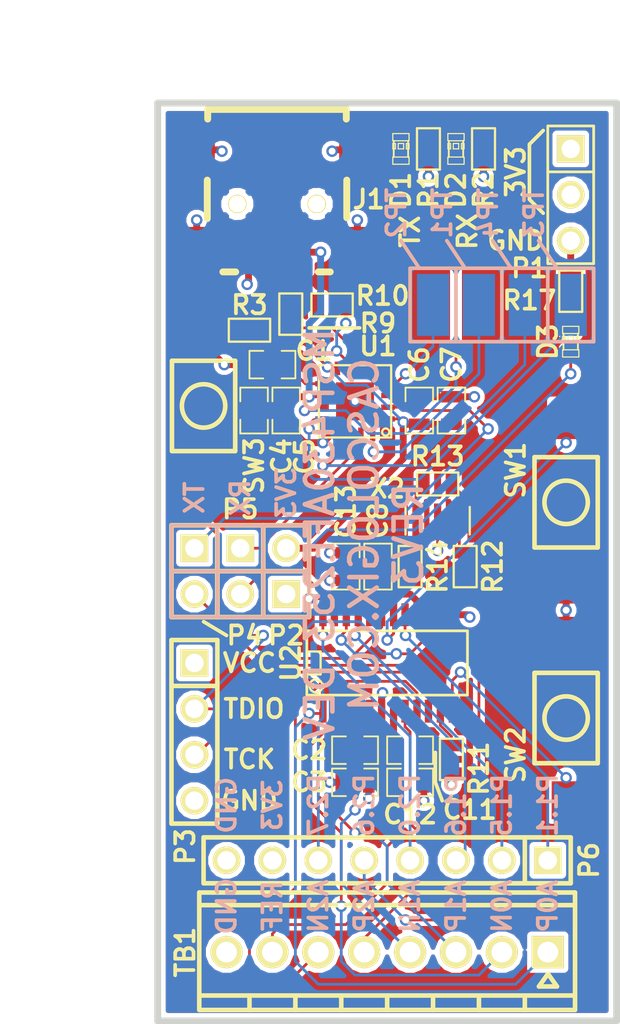
<source format=kicad_pcb>
(kicad_pcb (version 3) (host pcbnew "(2013-09-13 BZR 4316)-product")
  (title_block (date "Saturday, August 23, 2014"))
  (layers (15 Front signal) (2 3V3.Cu power) (1 GND.Cu power) (0 Back signal) (18 B.Paste user) (19 F.Paste user) (20 B.SilkS user) (21 F.SilkS user) (22 B.Mask user) (23 F.Mask user) (28 Edge.Cuts user))
  (net 0 "")
  (net 1 +5V)
  (net 2 /A0N)
  (net 3 /A0P)
  (net 4 /A1N)
  (net 5 /A1P)
  (net 6 /A2N)
  (net 7 /A2P)
  (net 8 /P1.1)
  (net 9 /P1.5)
  (net 10 /P1.6)
  (net 11 /P2.0)
  (net 12 GND)
  (net 13 N-000001)
  (net 14 N-0000010)
  (net 15 N-0000011)
  (net 16 N-0000012)
  (net 17 N-0000013)
  (net 18 N-0000014)
  (net 19 N-0000015)
  (net 20 N-0000017)
  (net 21 N-0000019)
  (net 22 N-0000020)
  (net 23 N-0000021)
  (net 24 N-0000022)
  (net 25 N-0000023)
  (net 26 N-0000024)
  (net 27 N-0000025)
  (net 28 N-0000026)
  (net 29 N-0000027)
  (net 30 N-0000028)
  (net 31 N-0000032)
  (net 32 N-0000034)
  (net 33 N-0000035)
  (net 34 N-0000036)
  (net 35 N-000004)
  (net 36 N-000005)
  (net 37 N-000006)
  (net 38 N-000007)
  (net 39 N-000008)
  (net 40 VCC)
  (net 41 XT2IN)
  (net 42 XT2OUT)
  (module USB_MINI_B_RA_SMT (layer Front) (at 159.004 81.788)
    (fp_text reference J1 (at 5.08 -0.254) (layer F.SilkS) (effects (font (size 1.016 1.016) (thickness 0.2032))))
    (fp_text value USB_MINI_B hide)
    (pad "" thru_hole circle (at -2.1971 0) (size 1.016 1.016) (drill 0.889) (layers *.Cu *.Mask F.SilkS))
    (pad 8 smd rect (at 4.445 -2.9972) (size 2.0066 2.4892) (layers Front F.Paste F.Mask) (net 12 GND))
    (pad 7 smd rect (at -4.445 -2.9972) (size 2.0066 2.4892) (layers Front F.Paste F.Mask) (net 12 GND))
    (pad 6 smd rect (at -4.445 2.5146) (size 2.0066 2.4892) (layers Front F.Paste F.Mask) (net 12 GND))
    (pad 1 smd rect (at 1.5748 2.6035) (size 0.508 2.3114) (layers Front F.Paste F.Mask) (net 1 +5V))
    (pad 5 smd rect (at -1.5748 2.6035) (size 0.508 2.3114) (layers Front F.Paste F.Mask) (net 12 GND))
    (pad 4 smd rect (at -0.7874 2.6035) (size 0.508 2.3114) (layers Front F.Paste F.Mask))
    (pad 2 smd rect (at 0.7874 2.6035) (size 0.508 2.3114) (layers Front F.Paste F.Mask) (net 23 N-0000021))
    (pad 3 smd rect (at 0 2.6035) (size 0.508 2.3114) (layers Front F.Paste F.Mask) (net 39 N-000008))
    (pad 9 smd rect (at 4.445 2.5146) (size 2.0066 2.4892) (layers Front F.Paste F.Mask) (net 12 GND))
    (pad "" thru_hole circle (at 2.1971 0) (size 1.016 1.016) (drill 0.889) (layers *.Cu *.Mask F.SilkS))
  )
  (module SSOP24 (layer Front) (at 165.1 107.188)
    (fp_text reference U2 (at -5.334 0 90) (layer F.SilkS) (effects (font (size 1.016 1.016) (thickness 0.2032))))
    (fp_text value MSP430AFE253 hide)
    (pad 1 smd rect (at -3.556 2.667) (size 0.4064 1.27) (layers Front F.Paste F.Mask) (net 3 /A0P))
    (pad 2 smd rect (at -2.921 2.667) (size 0.4064 1.27) (layers Front F.Paste F.Mask) (net 2 /A0N))
    (pad 3 smd rect (at -2.2606 2.667) (size 0.4064 1.27) (layers Front F.Paste F.Mask) (net 5 /A1P))
    (pad 4 smd rect (at -1.6002 2.667) (size 0.4064 1.27) (layers Front F.Paste F.Mask) (net 4 /A1N))
    (pad 5 smd rect (at -0.9652 2.667) (size 0.4064 1.27) (layers Front F.Paste F.Mask) (net 40 VCC))
    (pad 6 smd rect (at -0.3048 2.667) (size 0.4064 1.27) (layers Front F.Paste F.Mask) (net 12 GND))
    (pad 7 smd rect (at 0.3556 2.667) (size 0.4064 1.27) (layers Front F.Paste F.Mask) (net 31 N-0000032))
    (pad 8 smd rect (at 0.9906 2.667) (size 0.4064 1.27) (layers Front F.Paste F.Mask) (net 7 /A2P))
    (pad 9 smd rect (at 1.651 2.667) (size 0.4064 1.27) (layers Front F.Paste F.Mask) (net 6 /A2N))
    (pad 10 smd rect (at 2.286 2.667) (size 0.4064 1.27) (layers Front F.Paste F.Mask) (net 20 N-0000017))
    (pad 11 smd rect (at 2.9464 2.667) (size 0.4064 1.27) (layers Front F.Paste F.Mask) (net 33 N-0000035))
    (pad 12 smd rect (at 3.6068 2.667) (size 0.4064 1.27) (layers Front F.Paste F.Mask) (net 18 N-0000014))
    (pad 13 smd rect (at 3.6322 -2.667) (size 0.4064 1.27) (layers Front F.Paste F.Mask) (net 12 GND))
    (pad 14 smd rect (at 2.9464 -2.667) (size 0.4064 1.27) (layers Front F.Paste F.Mask) (net 41 XT2IN))
    (pad 15 smd rect (at 2.286 -2.667) (size 0.4064 1.27) (layers Front F.Paste F.Mask) (net 42 XT2OUT))
    (pad 16 smd rect (at 1.651 -2.667) (size 0.4064 1.27) (layers Front F.Paste F.Mask) (net 40 VCC))
    (pad 17 smd rect (at 0.9906 -2.667) (size 0.4064 1.27) (layers Front F.Paste F.Mask) (net 8 /P1.1))
    (pad 18 smd rect (at 0.3556 -2.667) (size 0.4064 1.27) (layers Front F.Paste F.Mask) (net 13 N-000001))
    (pad 19 smd rect (at -0.3048 -2.667) (size 0.4064 1.27) (layers Front F.Paste F.Mask) (net 36 N-000005))
    (pad 20 smd rect (at -0.9652 -2.667) (size 0.4064 1.27) (layers Front F.Paste F.Mask) (net 37 N-000006))
    (pad 21 smd rect (at -1.6002 -2.667) (size 0.4064 1.27) (layers Front F.Paste F.Mask) (net 9 /P1.5))
    (pad 22 smd rect (at -2.2606 -2.667) (size 0.4064 1.27) (layers Front F.Paste F.Mask) (net 10 /P1.6))
    (pad 23 smd rect (at -2.921 -2.667) (size 0.4064 1.27) (layers Front F.Paste F.Mask) (net 38 N-000007))
    (pad 24 smd rect (at -3.556 -2.667) (size 0.4064 1.27) (layers Front F.Paste F.Mask) (net 11 /P2.0))
  )
  (module SM0603 (layer Front) (at 167.894 97.282 180)
    (fp_text reference R13 (at 0 1.524 180) (layer F.SilkS) (effects (font (size 1.016 1.016) (thickness 0.2032))))
    (fp_text value 1M hide)
    (pad 1 smd rect (at -0.762 0 180) (size 0.635 1.143) (layers Front F.Paste F.Mask) (net 15 N-0000011))
    (pad 2 smd rect (at 0.762 0 180) (size 0.635 1.143) (layers Front F.Paste F.Mask) (net 32 N-0000034))
  )
  (module SM0603 (layer Front) (at 167.386 78.74 90)
    (fp_text reference R1 (at -2.286 0 90) (layer F.SilkS) (effects (font (size 1.016 1.016) (thickness 0.2032))))
    (fp_text value 270 hide)
    (pad 1 smd rect (at -0.762 0 90) (size 0.635 1.143) (layers Front F.Paste F.Mask) (net 12 GND))
    (pad 2 smd rect (at 0.762 0 90) (size 0.635 1.143) (layers Front F.Paste F.Mask) (net 34 N-0000036))
  )
  (module SM0603 (layer Front) (at 170.434 78.74 90)
    (fp_text reference R2 (at -2.286 0 90) (layer F.SilkS) (effects (font (size 1.016 1.016) (thickness 0.2032))))
    (fp_text value 270 hide)
    (pad 1 smd rect (at -0.762 0 90) (size 0.635 1.143) (layers Front F.Paste F.Mask) (net 12 GND))
    (pad 2 smd rect (at 0.762 0 90) (size 0.635 1.143) (layers Front F.Paste F.Mask) (net 14 N-0000010))
  )
  (module SM0603 (layer Front) (at 157.48 88.773 180)
    (fp_text reference R3 (at 0 1.397 360) (layer F.SilkS) (effects (font (size 1.016 1.016) (thickness 0.2032))))
    (fp_text value 47k hide)
    (pad 1 smd rect (at -0.762 0 180) (size 0.635 1.143) (layers Front F.Paste F.Mask) (net 21 N-0000019))
    (pad 2 smd rect (at 0.762 0 180) (size 0.635 1.143) (layers Front F.Paste F.Mask) (net 30 N-0000028))
  )
  (module SM0603 (layer Front) (at 159.766 87.884 270)
    (fp_text reference R9 (at 0.508 -4.826 360) (layer F.SilkS) (effects (font (size 1.016 1.016) (thickness 0.2032))))
    (fp_text value 33 hide)
    (pad 1 smd rect (at -0.762 0 270) (size 0.635 1.143) (layers Front F.Paste F.Mask) (net 39 N-000008))
    (pad 2 smd rect (at 0.762 0 270) (size 0.635 1.143) (layers Front F.Paste F.Mask) (net 25 N-0000023))
  )
  (module SM0603 (layer Front) (at 162.052 87.376)
    (fp_text reference R10 (at 2.794 -0.508 180) (layer F.SilkS) (effects (font (size 1.016 1.016) (thickness 0.2032))))
    (fp_text value 33 hide)
    (pad 1 smd rect (at -0.762 0) (size 0.635 1.143) (layers Front F.Paste F.Mask) (net 23 N-0000021))
    (pad 2 smd rect (at 0.762 0) (size 0.635 1.143) (layers Front F.Paste F.Mask) (net 24 N-0000022))
  )
  (module SM0603 (layer Front) (at 168.656 112.522 90)
    (fp_text reference R11 (at -0.508 1.524 90) (layer F.SilkS) (effects (font (size 1.016 1.016) (thickness 0.2032))))
    (fp_text value 47k hide)
    (pad 1 smd rect (at -0.762 0 90) (size 0.635 1.143) (layers Front F.Paste F.Mask) (net 40 VCC))
    (pad 2 smd rect (at 0.762 0 90) (size 0.635 1.143) (layers Front F.Paste F.Mask) (net 33 N-0000035))
  )
  (module SM0603 (layer Front) (at 166.37 101.854 270)
    (fp_text reference R14 (at 0 -1.524 270) (layer F.SilkS) (effects (font (size 1.016 1.016) (thickness 0.2032))))
    (fp_text value 0 hide)
    (pad 1 smd rect (at -0.762 0 270) (size 0.635 1.143) (layers Front F.Paste F.Mask) (net 32 N-0000034))
    (pad 2 smd rect (at 0.762 0 270) (size 0.635 1.143) (layers Front F.Paste F.Mask) (net 42 XT2OUT))
  )
  (module SM0603 (layer Front) (at 169.418 101.854 270)
    (fp_text reference R12 (at 0 -1.524 270) (layer F.SilkS) (effects (font (size 1.016 1.016) (thickness 0.2032))))
    (fp_text value 0 hide)
    (pad 1 smd rect (at -0.762 0 270) (size 0.635 1.143) (layers Front F.Paste F.Mask) (net 15 N-0000011))
    (pad 2 smd rect (at 0.762 0 270) (size 0.635 1.143) (layers Front F.Paste F.Mask) (net 41 XT2IN))
  )
  (module SM0603 (layer Front) (at 175.26 86.614 90)
    (fp_text reference R17 (at -0.508 -2.286 180) (layer F.SilkS) (effects (font (size 1.016 1.016) (thickness 0.2032))))
    (fp_text value 750 hide)
    (pad 1 smd rect (at -0.762 0 90) (size 0.635 1.143) (layers Front F.Paste F.Mask) (net 16 N-0000012))
    (pad 2 smd rect (at 0.762 0 90) (size 0.635 1.143) (layers Front F.Paste F.Mask) (net 12 GND))
  )
  (module LED-0603 (layer Front) (at 175.26 89.408 90)
    (fp_text reference D3 (at 0 -1.27 90) (layer F.SilkS) (effects (font (size 1.016 1.016) (thickness 0.2032))))
    (fp_text value BLUE hide)
    (pad 1 smd rect (at -0.7493 0 90) (size 0.79756 0.79756) (layers Front F.Paste F.Mask) (net 38 N-000007))
    (pad 2 smd rect (at 0.7493 0 90) (size 0.79756 0.79756) (layers Front F.Paste F.Mask) (net 16 N-0000012))
  )
  (module LED-0603 (layer Front) (at 168.91 78.74 90)
    (fp_text reference D2 (at -2.286 0 270) (layer F.SilkS) (effects (font (size 1.016 1.016) (thickness 0.2032))))
    (fp_text value RED hide)
    (pad 1 smd rect (at -0.7493 0 90) (size 0.79756 0.79756) (layers Front F.Paste F.Mask) (net 22 N-0000020))
    (pad 2 smd rect (at 0.7493 0 90) (size 0.79756 0.79756) (layers Front F.Paste F.Mask) (net 14 N-0000010))
  )
  (module LED-0603 (layer Front) (at 165.862 78.74 90)
    (fp_text reference D1 (at -2.286 0 270) (layer F.SilkS) (effects (font (size 1.016 1.016) (thickness 0.2032))))
    (fp_text value GREEN hide)
    (pad 1 smd rect (at -0.7493 0 90) (size 0.79756 0.79756) (layers Front F.Paste F.Mask) (net 17 N-0000013))
    (pad 2 smd rect (at 0.7493 0 90) (size 0.79756 0.79756) (layers Front F.Paste F.Mask) (net 34 N-0000036))
  )
  (module HEADER_100MIL_1R8P_PTH (layer Front) (at 165.1 118.11 180)
    (fp_text reference P6 (at -11.176 0 270) (layer F.SilkS) (effects (font (size 1.016 1.016) (thickness 0.2032))))
    (fp_text value DEBUG hide)
    (pad 7 thru_hole circle (at 6.35 0 180) (size 1.524 1.524) (drill 1.016) (layers *.Cu *.Mask F.SilkS) (net 40 VCC))
    (pad 6 thru_hole circle (at 3.81 0 180) (size 1.524 1.524) (drill 1.016) (layers *.Cu *.Mask F.SilkS) (net 42 XT2OUT))
    (pad 8 thru_hole circle (at 8.89 0 180) (size 1.524 1.524) (drill 1.016) (layers *.Cu *.Mask F.SilkS) (net 12 GND))
    (pad 5 thru_hole circle (at 1.27 0 180) (size 1.524 1.524) (drill 1.016) (layers *.Cu *.Mask F.SilkS) (net 41 XT2IN))
    (pad 4 thru_hole circle (at -1.27 0 180) (size 1.524 1.524) (drill 1.016) (layers *.Cu *.Mask F.SilkS) (net 11 /P2.0))
    (pad 1 thru_hole rect (at -8.89 0 180) (size 1.524 1.524) (drill 1.016) (layers *.Cu *.Mask F.SilkS) (net 8 /P1.1))
    (pad 2 thru_hole circle (at -6.35 0 180) (size 1.524 1.524) (drill 1.016) (layers *.Cu *.Mask F.SilkS) (net 9 /P1.5))
    (pad 3 thru_hole circle (at -3.81 0 180) (size 1.524 1.524) (drill 1.016) (layers *.Cu *.Mask F.SilkS) (net 10 /P1.6))
  )
  (module HEADER_100MIL_1R3P_PTH (layer Front) (at 175.26 81.28 270)
    (fp_text reference P1 (at 4.064 2.286 360) (layer F.SilkS) (effects (font (size 1.016 1.016) (thickness 0.2032))))
    (fp_text value POWER hide)
    (pad 1 thru_hole rect (at -2.54 0 270) (size 1.524 1.524) (drill 1.016) (layers *.Cu *.Mask F.SilkS) (net 40 VCC))
    (pad 2 thru_hole circle (at 0 0 270) (size 1.524 1.524) (drill 1.016) (layers *.Cu *.Mask F.SilkS) (net 40 VCC))
    (pad 3 thru_hole circle (at 2.54 0 270) (size 1.524 1.524) (drill 1.016) (layers *.Cu *.Mask F.SilkS) (net 12 GND))
  )
  (module HEADER_100MIL_1R2P_PTH (layer Front) (at 156.972 102.108 270)
    (fp_text reference P5 (at -3.429 0 360) (layer F.SilkS) (effects (font (size 1.016 1.016) (thickness 0.2032))))
    (fp_text value RX hide)
    (pad 1 thru_hole rect (at -1.27 0 270) (size 1.524 1.524) (drill 1.016) (layers *.Cu *.Mask F.SilkS) (net 35 N-000004))
    (pad 2 thru_hole circle (at 1.27 0 270) (size 1.524 1.524) (drill 1.016) (layers *.Cu *.Mask F.SilkS) (net 37 N-000006))
  )
  (module HEADER_100MIL_1R2P_PTH (layer Front) (at 154.432 102.108 270)
    (fp_text reference P4 (at 3.556 -2.794 360) (layer F.SilkS) (effects (font (size 1.016 1.016) (thickness 0.2032))))
    (fp_text value TX hide)
    (pad 1 thru_hole rect (at -1.27 0 270) (size 1.524 1.524) (drill 1.016) (layers *.Cu *.Mask F.SilkS) (net 19 N-0000015))
    (pad 2 thru_hole circle (at 1.27 0 270) (size 1.524 1.524) (drill 1.016) (layers *.Cu *.Mask F.SilkS) (net 36 N-000005))
  )
  (module HEADER_100MIL_1R2P_PTH (layer Front) (at 159.512 102.108 90)
    (fp_text reference P2 (at -3.556 0 180) (layer F.SilkS) (effects (font (size 1.016 1.016) (thickness 0.2032))))
    (fp_text value 3.3V hide)
    (pad 1 thru_hole rect (at -1.27 0 90) (size 1.524 1.524) (drill 1.016) (layers *.Cu *.Mask F.SilkS) (net 40 VCC))
    (pad 2 thru_hole circle (at 1.27 0 90) (size 1.524 1.524) (drill 1.016) (layers *.Cu *.Mask F.SilkS) (net 21 N-0000019))
  )
  (module 0603 (layer Front) (at 166.878 93.218 90)
    (fp_text reference C6 (at 2.54 0 90) (layer F.SilkS) (effects (font (size 1.016 1.016) (thickness 0.2032))))
    (fp_text value 0.1u hide)
    (pad 1 smd rect (at -0.762 0 90) (size 0.635 1.143) (layers Front F.Paste F.Mask) (net 21 N-0000019))
    (pad 2 smd rect (at 0.762 0 90) (size 0.635 1.143) (layers Front F.Paste F.Mask) (net 12 GND))
  )
  (module 0603 (layer Front) (at 159.512 93.218 270)
    (fp_text reference C5 (at 2.54 -1.016 270) (layer F.SilkS) (effects (font (size 1.016 1.016) (thickness 0.2032))))
    (fp_text value 0.1u hide)
    (pad 1 smd rect (at -0.762 0 270) (size 0.635 1.143) (layers Front F.Paste F.Mask) (net 1 +5V))
    (pad 2 smd rect (at 0.762 0 270) (size 0.635 1.143) (layers Front F.Paste F.Mask) (net 12 GND))
  )
  (module 0603 (layer Front) (at 158.75 90.678 180)
    (fp_text reference C1 (at -2.286 0.762 180) (layer F.SilkS) (effects (font (size 1.016 1.016) (thickness 0.2032))))
    (fp_text value 0.1u hide)
    (pad 1 smd rect (at -0.762 0 180) (size 0.635 1.143) (layers Front F.Paste F.Mask) (net 30 N-0000028))
    (pad 2 smd rect (at 0.762 0 180) (size 0.635 1.143) (layers Front F.Paste F.Mask) (net 12 GND))
  )
  (module HEADER_100MIL_1R4P_PTH (layer Front) (at 154.432 110.998 270)
    (fp_text reference P3 (at 6.35 0.508 450) (layer F.SilkS) (effects (font (size 1.016 1.016) (thickness 0.2032))))
    (fp_text value HEADER_1X4 hide)
    (pad 4 thru_hole circle (at 3.81 0 270) (size 1.524 1.524) (drill 1.016) (layers *.Cu *.Mask F.SilkS) (net 12 GND))
    (pad 1 thru_hole rect (at -3.81 0 270) (size 1.524 1.524) (drill 1.016) (layers *.Cu *.Mask F.SilkS) (net 40 VCC))
    (pad 2 thru_hole circle (at -1.27 0 270) (size 1.524 1.524) (drill 1.016) (layers *.Cu *.Mask F.SilkS) (net 33 N-0000035))
    (pad 3 thru_hole circle (at 1.27 0 270) (size 1.524 1.524) (drill 1.016) (layers *.Cu *.Mask F.SilkS) (net 20 N-0000017))
  )
  (module TB_100MIL_1R8P_PTH (layer Front) (at 165.1 123.19 180)
    (fp_text reference TB1 (at 11.176 0 270) (layer F.SilkS) (effects (font (size 1.016 1.016) (thickness 0.2032))))
    (fp_text value ANALOG hide)
    (pad 7 thru_hole circle (at 6.35 0 180) (size 1.778 1.778) (drill 1.143) (layers *.Cu *.Mask F.SilkS) (net 31 N-0000032))
    (pad 6 thru_hole circle (at 3.81 0 180) (size 1.778 1.778) (drill 1.143) (layers *.Cu *.Mask F.SilkS) (net 6 /A2N))
    (pad 8 thru_hole circle (at 8.89 0 180) (size 1.778 1.778) (drill 1.143) (layers *.Cu *.Mask F.SilkS) (net 12 GND))
    (pad 5 thru_hole circle (at 1.27 0 180) (size 1.778 1.778) (drill 1.143) (layers *.Cu *.Mask F.SilkS) (net 7 /A2P))
    (pad 4 thru_hole circle (at -1.27 0 180) (size 1.778 1.778) (drill 1.143) (layers *.Cu *.Mask F.SilkS) (net 4 /A1N))
    (pad 1 thru_hole rect (at -8.89 0 180) (size 1.778 1.778) (drill 1.143) (layers *.Cu *.Mask F.SilkS) (net 3 /A0P))
    (pad 2 thru_hole circle (at -6.35 0 180) (size 1.778 1.778) (drill 1.143) (layers *.Cu *.Mask F.SilkS) (net 2 /A0N))
    (pad 3 thru_hole circle (at -3.81 0 180) (size 1.778 1.778) (drill 1.143) (layers *.Cu *.Mask F.SilkS) (net 5 /A1P))
  )
  (module CER_RES_1.2MM_SMT (layer Front) (at 167.894 99.314 180)
    (fp_text reference X2 (at 2.794 1.778 180) (layer F.SilkS) (effects (font (size 1.016 1.016) (thickness 0.2032))))
    (fp_text value 8MHz hide)
    (pad 1 smd rect (at -1.19888 0 180) (size 0.39878 1.89992) (layers Front F.Paste F.Mask) (net 15 N-0000011))
    (pad 2 smd rect (at 0 0 180) (size 0.39878 1.89992) (layers Front F.Paste F.Mask) (net 12 GND))
    (pad 3 smd rect (at 1.19888 0 180) (size 0.39878 1.89992) (layers Front F.Paste F.Mask) (net 32 N-0000034))
  )
  (module QFN-16_4MM_0.65MM (layer Front) (at 163.322 92.71 180)
    (fp_text reference U1 (at -1.27 3.048 180) (layer F.SilkS) (effects (font (size 1.016 1.016) (thickness 0.2032))))
    (fp_text value FT230XQ hide)
    (pad 17 smd rect (at 0 0 180) (size 2.1 2.1) (layers Front F.Paste F.Mask) (net 12 GND))
    (pad 1 smd rect (at -1.825 -0.975 180) (size 0.75 0.3) (layers Front F.Paste F.Mask) (net 21 N-0000019))
    (pad 2 smd rect (at -1.825 -0.325 180) (size 0.75 0.3) (layers Front F.Paste F.Mask) (net 19 N-0000015))
    (pad 3 smd rect (at -1.825 0.325 180) (size 0.75 0.3) (layers Front F.Paste F.Mask) (net 12 GND))
    (pad 4 smd rect (at -1.825 0.975 180) (size 0.75 0.3) (layers Front F.Paste F.Mask) (net 28 N-0000026))
    (pad 5 smd rect (at -0.975 1.825 270) (size 0.75 0.3) (layers Front F.Paste F.Mask) (net 17 N-0000013))
    (pad 6 smd rect (at -0.325 1.825 270) (size 0.75 0.3) (layers Front F.Paste F.Mask) (net 25 N-0000023))
    (pad 7 smd rect (at 0.325 1.825 270) (size 0.75 0.3) (layers Front F.Paste F.Mask) (net 24 N-0000022))
    (pad 8 smd rect (at 0.975 1.825 270) (size 0.75 0.3) (layers Front F.Paste F.Mask) (net 21 N-0000019))
    (pad 9 smd rect (at 1.825 0.975 180) (size 0.75 0.3) (layers Front F.Paste F.Mask) (net 30 N-0000028))
    (pad 10 smd rect (at 1.825 0.325 180) (size 0.75 0.3) (layers Front F.Paste F.Mask) (net 1 +5V))
    (pad 11 smd rect (at 1.825 -0.325 180) (size 0.75 0.3) (layers Front F.Paste F.Mask) (net 22 N-0000020))
    (pad 12 smd rect (at 1.825 -0.975 180) (size 0.75 0.3) (layers Front F.Paste F.Mask) (net 27 N-0000025))
    (pad 13 smd rect (at 0.975 -1.825 90) (size 0.75 0.3) (layers Front F.Paste F.Mask) (net 12 GND))
    (pad 14 smd rect (at 0.325 -1.825 90) (size 0.75 0.3) (layers Front F.Paste F.Mask) (net 26 N-0000024))
    (pad 15 smd rect (at -0.325 -1.825 90) (size 0.75 0.3) (layers Front F.Paste F.Mask) (net 35 N-000004))
    (pad 16 smd rect (at -0.975 -1.825 90) (size 0.75 0.3) (layers Front F.Paste F.Mask) (net 29 N-0000027))
  )
  (module FSMSM (layer Front) (at 175.006 98.298 270)
    (fp_text reference SW1 (at -1.778 2.794 270) (layer F.SilkS) (effects (font (size 1.016 1.016) (thickness 0.2032))))
    (fp_text value FSMSM hide)
    (pad 1 smd rect (at -4.55 0 270) (size 2.1 1.6) (layers Front F.Paste F.Mask) (net 13 N-000001))
    (pad 2 smd rect (at 4.55 0 270) (size 2.1 1.6) (layers Front F.Paste F.Mask) (net 12 GND))
  )
  (module FSMSM (layer Front) (at 175.006 110.236 90)
    (fp_text reference SW2 (at -2.032 -2.794 90) (layer F.SilkS) (effects (font (size 1.016 1.016) (thickness 0.2032))))
    (fp_text value FSMSM hide)
    (pad 1 smd rect (at -4.55 0 90) (size 2.1 1.6) (layers Front F.Paste F.Mask) (net 18 N-0000014))
    (pad 2 smd rect (at 4.55 0 90) (size 2.1 1.6) (layers Front F.Paste F.Mask) (net 12 GND))
  )
  (module FSMSM (layer Front) (at 154.94 92.964 90)
    (fp_text reference SW3 (at -3.302 2.794 90) (layer F.SilkS) (effects (font (size 1.016 1.016) (thickness 0.2032))))
    (fp_text value FSMSM hide)
    (pad 1 smd rect (at -4.55 0 90) (size 2.1 1.6) (layers Front F.Paste F.Mask) (net 33 N-0000035))
    (pad 2 smd rect (at 4.55 0 90) (size 2.1 1.6) (layers Front F.Paste F.Mask) (net 12 GND))
  )
  (module 0603 (layer Front) (at 163.322 112.014 180)
    (fp_text reference C2 (at 2.54 0 180) (layer F.SilkS) (effects (font (size 1.016 1.016) (thickness 0.2032))))
    (fp_text value 0.1u hide)
    (pad 1 smd rect (at -0.762 0 180) (size 0.635 1.143) (layers Front F.Paste F.Mask) (net 40 VCC))
    (pad 2 smd rect (at 0.762 0 180) (size 0.635 1.143) (layers Front F.Paste F.Mask) (net 12 GND))
  )
  (module 0603 (layer Front) (at 163.322 113.792 180)
    (fp_text reference C3 (at 2.54 0 180) (layer F.SilkS) (effects (font (size 1.016 1.016) (thickness 0.2032))))
    (fp_text value 4.7u hide)
    (pad 1 smd rect (at -0.762 0 180) (size 0.635 1.143) (layers Front F.Paste F.Mask) (net 40 VCC))
    (pad 2 smd rect (at 0.762 0 180) (size 0.635 1.143) (layers Front F.Paste F.Mask) (net 12 GND))
  )
  (module 0603 (layer Front) (at 157.734 93.218 270)
    (fp_text reference C4 (at 2.54 -1.524 270) (layer F.SilkS) (effects (font (size 1.016 1.016) (thickness 0.2032))))
    (fp_text value 4.7u hide)
    (pad 1 smd rect (at -0.762 0 270) (size 0.635 1.143) (layers Front F.Paste F.Mask) (net 1 +5V))
    (pad 2 smd rect (at 0.762 0 270) (size 0.635 1.143) (layers Front F.Paste F.Mask) (net 12 GND))
  )
  (module 0603 (layer Front) (at 168.656 93.218 90)
    (fp_text reference C7 (at 2.54 0 90) (layer F.SilkS) (effects (font (size 1.016 1.016) (thickness 0.2032))))
    (fp_text value 4.7u hide)
    (pad 1 smd rect (at -0.762 0 90) (size 0.635 1.143) (layers Front F.Paste F.Mask) (net 21 N-0000019))
    (pad 2 smd rect (at 0.762 0 90) (size 0.635 1.143) (layers Front F.Paste F.Mask) (net 12 GND))
  )
  (module 0603 (layer Front) (at 164.592 101.854 90)
    (fp_text reference C8 (at 2.54 0 90) (layer F.SilkS) (effects (font (size 1.016 1.016) (thickness 0.2032))))
    (fp_text value 4.7u hide)
    (pad 1 smd rect (at -0.762 0 90) (size 0.635 1.143) (layers Front F.Paste F.Mask) (net 40 VCC))
    (pad 2 smd rect (at 0.762 0 90) (size 0.635 1.143) (layers Front F.Paste F.Mask) (net 12 GND))
  )
  (module 0603 (layer Front) (at 166.37 112.014)
    (fp_text reference C11 (at 3.302 3.302) (layer F.SilkS) (effects (font (size 1.016 1.016) (thickness 0.2032))))
    (fp_text value 0.1u hide)
    (pad 1 smd rect (at -0.762 0) (size 0.635 1.143) (layers Front F.Paste F.Mask) (net 31 N-0000032))
    (pad 2 smd rect (at 0.762 0) (size 0.635 1.143) (layers Front F.Paste F.Mask) (net 12 GND))
  )
  (module 0603 (layer Front) (at 166.37 113.792)
    (fp_text reference C12 (at 0 1.778) (layer F.SilkS) (effects (font (size 1.016 1.016) (thickness 0.2032))))
    (fp_text value 4.7u hide)
    (pad 1 smd rect (at -0.762 0) (size 0.635 1.143) (layers Front F.Paste F.Mask) (net 31 N-0000032))
    (pad 2 smd rect (at 0.762 0) (size 0.635 1.143) (layers Front F.Paste F.Mask) (net 12 GND))
  )
  (module 0603 (layer Front) (at 162.814 101.854 90)
    (fp_text reference C13 (at 3.048 0 90) (layer F.SilkS) (effects (font (size 1.016 1.016) (thickness 0.2032))))
    (fp_text value 0.1u hide)
    (pad 1 smd rect (at -0.762 0 90) (size 0.635 1.143) (layers Front F.Paste F.Mask) (net 40 VCC))
    (pad 2 smd rect (at 0.762 0 90) (size 0.635 1.143) (layers Front F.Paste F.Mask) (net 12 GND))
  )
  (module TP_PAD_SMT_5015 (layer Back) (at 170.18 87.376 90)
    (fp_text reference TP1 (at 5.08 -2.032 90) (layer B.SilkS) (effects (font (size 1.016 1.016) (thickness 0.2032)) (justify mirror)))
    (fp_text value 5015 hide)
    (pad 1 smd rect (at 0 0 90) (size 3.429 1.778) (layers Back B.Paste B.Mask) (net 29 N-0000027))
  )
  (module TP_PAD_SMT_5015 (layer Back) (at 167.64 87.376 90)
    (fp_text reference TP2 (at 5.08 -2.032 90) (layer B.SilkS) (effects (font (size 1.016 1.016) (thickness 0.2032)) (justify mirror)))
    (fp_text value 5015 hide)
    (pad 1 smd rect (at 0 0 90) (size 3.429 1.778) (layers Back B.Paste B.Mask) (net 28 N-0000026))
  )
  (module TP_PAD_SMT_5015 (layer Back) (at 175.26 87.376 90)
    (fp_text reference TP3 (at 5.08 -2.032 90) (layer B.SilkS) (effects (font (size 1.016 1.016) (thickness 0.2032)) (justify mirror)))
    (fp_text value 5015 hide)
    (pad 1 smd rect (at 0 0 90) (size 3.429 1.778) (layers Back B.Paste B.Mask) (net 27 N-0000025))
  )
  (module TP_PAD_SMT_5015 (layer Back) (at 172.72 87.376 90)
    (fp_text reference TP4 (at 5.08 -2.032 90) (layer B.SilkS) (effects (font (size 1.016 1.016) (thickness 0.2032)) (justify mirror)))
    (fp_text value 5015 hide)
    (pad 1 smd rect (at 0 0 90) (size 3.429 1.778) (layers Back B.Paste B.Mask) (net 26 N-0000024))
  )
  (gr_line (start 173.99 85.344) (end 173.99 89.408) (angle 90) (layer B.SilkS) (width 0.2032))
  (gr_line (start 171.45 85.344) (end 171.45 89.408) (angle 90) (layer B.SilkS) (width 0.2032))
  (gr_line (start 168.91 85.344) (end 168.91 89.408) (angle 90) (layer B.SilkS) (width 0.2032))
  (gr_line (start 166.37 89.408) (end 166.37 85.344) (angle 90) (layer B.SilkS) (width 0.2032))
  (gr_line (start 176.53 89.408) (end 166.37 89.408) (angle 90) (layer B.SilkS) (width 0.2032))
  (gr_line (start 176.53 85.344) (end 176.53 89.408) (angle 90) (layer B.SilkS) (width 0.2032))
  (gr_line (start 166.37 85.344) (end 176.53 85.344) (angle 90) (layer B.SilkS) (width 0.2032))
  (gr_line (start 168.402 83.82) (end 169.418 85.344) (angle 90) (layer B.SilkS) (width 0.2032))
  (gr_line (start 165.862 83.82) (end 166.878 85.344) (angle 90) (layer B.SilkS) (width 0.2032))
  (gr_line (start 170.942 83.82) (end 171.958 85.344) (angle 90) (layer B.SilkS) (width 0.2032))
  (gr_line (start 173.482 83.82) (end 174.498 85.344) (angle 90) (layer B.SilkS) (width 0.2032))
  (gr_text RX (at 169.545 83.312 90) (layer F.SilkS) (effects (font (size 1.016 1.016) (thickness 0.2032))))
  (gr_text TX (at 166.37 83.312 90) (layer F.SilkS) (effects (font (size 1.016 1.016) (thickness 0.2032))))
  (gr_text GND (at 156.21 120.65 90) (layer B.SilkS) (effects (font (size 1.016 1.016) (thickness 0.2032)) (justify mirror)))
  (gr_text REF (at 158.75 120.65 90) (layer B.SilkS) (effects (font (size 1.016 1.016) (thickness 0.2032)) (justify mirror)))
  (gr_text A2N (at 161.29 120.65 90) (layer B.SilkS) (effects (font (size 1.016 1.016) (thickness 0.2032)) (justify mirror)))
  (gr_text A2P (at 163.83 120.65 90) (layer B.SilkS) (effects (font (size 1.016 1.016) (thickness 0.2032)) (justify mirror)))
  (gr_text A1N (at 166.37 120.65 90) (layer B.SilkS) (effects (font (size 1.016 1.016) (thickness 0.2032)) (justify mirror)))
  (gr_text A1P (at 168.91 120.65 90) (layer B.SilkS) (effects (font (size 1.016 1.016) (thickness 0.2032)) (justify mirror)))
  (gr_text A0N (at 171.45 120.65 90) (layer B.SilkS) (effects (font (size 1.016 1.016) (thickness 0.2032)) (justify mirror)))
  (gr_text A0P (at 173.99 120.65 90) (layer B.SilkS) (effects (font (size 1.016 1.016) (thickness 0.2032)) (justify mirror)))
  (gr_text P1.1 (at 173.99 115.062 90) (layer B.SilkS) (effects (font (size 1.016 1.016) (thickness 0.2032)) (justify mirror)))
  (gr_text P1.5 (at 171.45 115.062 90) (layer B.SilkS) (effects (font (size 1.016 1.016) (thickness 0.2032)) (justify mirror)))
  (gr_text P1.6 (at 168.91 115.062 90) (layer B.SilkS) (effects (font (size 1.016 1.016) (thickness 0.2032)) (justify mirror)))
  (gr_text P2.0 (at 166.37 115.062 90) (layer B.SilkS) (effects (font (size 1.016 1.016) (thickness 0.2032)) (justify mirror)))
  (gr_text P2.6 (at 163.83 115.062 90) (layer B.SilkS) (effects (font (size 1.016 1.016) (thickness 0.2032)) (justify mirror)))
  (gr_text P2.7 (at 161.29 115.062 90) (layer B.SilkS) (effects (font (size 1.016 1.016) (thickness 0.2032)) (justify mirror)))
  (gr_text 3V3 (at 158.75 115.062 90) (layer B.SilkS) (effects (font (size 1.016 1.016) (thickness 0.2032)) (justify mirror)))
  (gr_text GND (at 156.21 115.062 90) (layer B.SilkS) (effects (font (size 1.016 1.016) (thickness 0.2032)) (justify mirror)))
  (gr_text GND (at 172.212 83.82) (layer F.SilkS) (effects (font (size 1.016 1.016) (thickness 0.2032))))
  (gr_line (start 172.974 81.534) (end 173.736 82.296) (angle 90) (layer F.SilkS) (width 0.2032))
  (gr_line (start 172.974 78.486) (end 172.974 81.534) (angle 90) (layer F.SilkS) (width 0.2032))
  (gr_line (start 173.736 77.724) (end 172.974 78.486) (angle 90) (layer F.SilkS) (width 0.2032))
  (gr_text 3V3 (at 172.212 80.01 90) (layer F.SilkS) (effects (font (size 1.016 1.016) (thickness 0.2032))))
  (gr_text 3V3 (at 159.512 97.79 90) (layer B.SilkS) (effects (font (size 1.016 1.016) (thickness 0.2032)) (justify mirror)))
  (gr_text RX (at 156.972 98.044 90) (layer B.SilkS) (effects (font (size 1.016 1.016) (thickness 0.2032)) (justify mirror)))
  (gr_text TX (at 154.432 98.044 90) (layer B.SilkS) (effects (font (size 1.016 1.016) (thickness 0.2032)) (justify mirror)))
  (gr_line (start 153.162 102.108) (end 160.782 102.108) (angle 90) (layer B.SilkS) (width 0.2032))
  (gr_line (start 158.242 99.568) (end 158.242 104.648) (angle 90) (layer B.SilkS) (width 0.2032))
  (gr_line (start 155.702 99.568) (end 155.702 104.648) (angle 90) (layer B.SilkS) (width 0.2032))
  (gr_line (start 160.782 99.568) (end 153.162 99.568) (angle 90) (layer B.SilkS) (width 0.2032))
  (gr_line (start 160.782 104.648) (end 160.782 99.568) (angle 90) (layer B.SilkS) (width 0.2032))
  (gr_line (start 153.162 104.648) (end 160.782 104.648) (angle 90) (layer B.SilkS) (width 0.2032))
  (gr_line (start 153.162 99.568) (end 153.162 104.648) (angle 90) (layer B.SilkS) (width 0.2032))
  (gr_line (start 167.767 113.792) (end 167.767 112.141) (angle 90) (layer F.SilkS) (width 0.2032))
  (gr_line (start 168.148 114.808) (end 167.767 113.792) (angle 90) (layer F.SilkS) (width 0.2032))
  (gr_line (start 163.576 88.646) (end 160.782 88.646) (angle 90) (layer F.SilkS) (width 0.2032))
  (gr_line (start 156.21 105.664) (end 154.94 104.902) (angle 90) (layer F.SilkS) (width 0.2032))
  (gr_text "MSP430AFE253 DEV\nCASCOLOGIX.COM\nREV3" (at 163.83 100.076 90) (layer B.SilkS) (effects (font (thickness 0.254)) (justify mirror)))
  (gr_text GND (at 157.48 114.808) (layer F.SilkS) (effects (font (size 1.016 1.016) (thickness 0.2032))))
  (gr_text TCK (at 157.48 112.522) (layer F.SilkS) (effects (font (size 1.016 1.016) (thickness 0.2032))))
  (gr_text TDIO (at 157.734 109.728) (layer F.SilkS) (effects (font (size 1.016 1.016) (thickness 0.2032))))
  (gr_text VCC (at 157.48 107.188) (layer F.SilkS) (effects (font (size 1.016 1.016) (thickness 0.2032))))
  (gr_line (start 152.4 127) (end 177.8 127) (angle 90) (layer Edge.Cuts) (width 0.381))
  (gr_line (start 152.4 76.2) (end 152.4 127) (angle 90) (layer Edge.Cuts) (width 0.381))
  (gr_line (start 177.8 76.2) (end 152.4 76.2) (angle 90) (layer Edge.Cuts) (width 0.381))
  (gr_line (start 177.8 76.2) (end 177.8 127) (angle 90) (layer Edge.Cuts) (width 0.381))
  (segment (start 159.512 92.456) (end 160.782 92.456) (width 0.381) (layer Front) (net 1))
  (segment (start 161.417 87.757) (end 160.782 88.392) (width 0.381) (layer Back) (net 1))
  (segment (start 160.782 88.392) (end 160.782 92.456) (width 0.381) (layer Back) (net 1))
  (via (at 160.782 92.456) (size 0.635) (layers Front Back) (net 1))
  (segment (start 160.5788 84.3915) (end 160.6423 84.455) (width 0.381) (layer Front) (net 1))
  (segment (start 161.417 84.455) (end 161.417 87.757) (width 0.381) (layer Back) (net 1))
  (via (at 161.417 84.455) (size 0.635) (layers Front Back) (net 1))
  (segment (start 160.6423 84.455) (end 161.417 84.455) (width 0.381) (layer Front) (net 1))
  (segment (start 161.497 92.385) (end 161.426 92.456) (width 0.1524) (layer Front) (net 1))
  (segment (start 161.426 92.456) (end 160.782 92.456) (width 0.1524) (layer Front) (net 1))
  (segment (start 157.734 92.456) (end 159.512 92.456) (width 0.381) (layer Front) (net 1))
  (segment (start 160.782 111.836944) (end 160.782 114.808) (width 0.1524) (layer Front) (net 2))
  (segment (start 160.782 114.808) (end 162.56 116.586) (width 0.1524) (layer Front) (net 2))
  (segment (start 162.56 116.586) (end 162.56 120.65) (width 0.1524) (layer Front) (net 2))
  (via (at 162.56 120.65) (size 0.635) (layers Front Back) (net 2))
  (segment (start 162.56 120.65) (end 162.56 123.698) (width 0.1524) (layer Back) (net 2))
  (segment (start 162.56 123.698) (end 163.322 124.46) (width 0.1524) (layer Back) (net 2))
  (segment (start 163.322 124.46) (end 170.18 124.46) (width 0.1524) (layer Back) (net 2))
  (segment (start 171.45 123.19) (end 170.18 124.46) (width 0.1524) (layer Back) (net 2))
  (segment (start 162.179 110.439944) (end 162.179 109.855) (width 0.1524) (layer Front) (net 2))
  (segment (start 162.179 110.439944) (end 160.782 111.836944) (width 0.1524) (layer Front) (net 2))
  (segment (start 161.544 109.855) (end 161.417 109.982) (width 0.1524) (layer Front) (net 3))
  (segment (start 172.212 124.968) (end 173.99 123.19) (width 0.1524) (layer Back) (net 3))
  (segment (start 161.29 124.968) (end 172.212 124.968) (width 0.1524) (layer Back) (net 3))
  (segment (start 160.02 123.698) (end 161.29 124.968) (width 0.1524) (layer Back) (net 3))
  (segment (start 160.02 110.744) (end 160.02 123.698) (width 0.1524) (layer Back) (net 3))
  (segment (start 160.782 109.982) (end 160.02 110.744) (width 0.1524) (layer Back) (net 3))
  (segment (start 160.782 109.982) (end 160.782 109.982) (width 0.1524) (layer Back) (net 3))
  (via (at 160.782 109.982) (size 0.635) (layers Front Back) (net 3))
  (segment (start 161.417 109.982) (end 160.782 109.982) (width 0.1524) (layer Front) (net 3))
  (segment (start 163.4998 109.855) (end 163.4998 110.8202) (width 0.1524) (layer Front) (net 4))
  (segment (start 162.56 119.38) (end 166.37 123.19) (width 0.1524) (layer Back) (net 4))
  (segment (start 162.56 116.078) (end 162.56 119.38) (width 0.1524) (layer Back) (net 4))
  (segment (start 163.322 115.316) (end 162.56 116.078) (width 0.1524) (layer Back) (net 4))
  (via (at 163.322 115.316) (size 0.635) (layers Front Back) (net 4))
  (segment (start 163.322 110.998) (end 163.322 115.316) (width 0.1524) (layer Front) (net 4))
  (segment (start 163.4998 110.8202) (end 163.322 110.998) (width 0.1524) (layer Front) (net 4))
  (segment (start 162.8394 109.855) (end 162.8394 110.7186) (width 0.1524) (layer Front) (net 5))
  (segment (start 165.1 119.38) (end 168.91 123.19) (width 0.1524) (layer Back) (net 5))
  (segment (start 165.1 117.348) (end 165.1 119.38) (width 0.1524) (layer Back) (net 5))
  (segment (start 164.338 116.586) (end 165.1 117.348) (width 0.1524) (layer Back) (net 5))
  (segment (start 163.322 116.586) (end 164.338 116.586) (width 0.1524) (layer Back) (net 5))
  (via (at 163.322 116.586) (size 0.635) (layers Front Back) (net 5))
  (segment (start 161.29 114.554) (end 163.322 116.586) (width 0.1524) (layer Front) (net 5))
  (segment (start 161.29 111.76) (end 161.29 114.554) (width 0.1524) (layer Front) (net 5))
  (segment (start 162.052 110.998) (end 161.29 111.76) (width 0.1524) (layer Front) (net 5))
  (segment (start 162.56 110.998) (end 162.052 110.998) (width 0.1524) (layer Front) (net 5))
  (segment (start 162.8394 110.7186) (end 162.56 110.998) (width 0.1524) (layer Front) (net 5))
  (segment (start 162.306 108.204) (end 161.544 108.204) (width 0.1524) (layer Front) (net 6))
  (segment (start 166.751 108.839) (end 166.116 108.204) (width 0.1524) (layer Front) (net 6))
  (segment (start 166.116 108.204) (end 162.306 108.204) (width 0.1524) (layer Front) (net 6))
  (segment (start 166.751 109.855) (end 166.751 108.839) (width 0.1524) (layer Front) (net 6))
  (segment (start 159.766 124.714) (end 161.29 123.19) (width 0.1524) (layer Front) (net 6))
  (segment (start 158.242 124.714) (end 159.766 124.714) (width 0.1524) (layer Front) (net 6))
  (segment (start 157.48 123.952) (end 158.242 124.714) (width 0.1524) (layer Front) (net 6))
  (segment (start 157.48 122.174) (end 157.48 123.952) (width 0.1524) (layer Front) (net 6))
  (segment (start 160.02 119.634) (end 157.48 122.174) (width 0.1524) (layer Front) (net 6))
  (segment (start 160.02 109.728) (end 160.02 119.634) (width 0.1524) (layer Front) (net 6))
  (segment (start 161.544 108.204) (end 160.02 109.728) (width 0.1524) (layer Front) (net 6))
  (segment (start 167.64 117.348) (end 167.64 118.618) (width 0.1524) (layer Front) (net 7))
  (segment (start 166.37 116.078) (end 167.64 117.348) (width 0.1524) (layer Front) (net 7))
  (segment (start 166.0906 109.855) (end 166.0906 110.7186) (width 0.1524) (layer Front) (net 7))
  (segment (start 166.0906 110.7186) (end 166.37 110.998) (width 0.1524) (layer Front) (net 7))
  (segment (start 166.37 110.998) (end 166.37 116.078) (width 0.1524) (layer Front) (net 7))
  (segment (start 163.83 122.428) (end 163.83 123.19) (width 0.1524) (layer Front) (net 7))
  (segment (start 167.64 118.618) (end 163.83 122.428) (width 0.1524) (layer Front) (net 7))
  (segment (start 173.99 118.11) (end 173.99 113.538) (width 0.1524) (layer Back) (net 8))
  (segment (start 166.0906 105.6386) (end 166.0906 104.521) (width 0.1524) (layer Front) (net 8))
  (segment (start 166.116 105.664) (end 166.0906 105.6386) (width 0.1524) (layer Front) (net 8))
  (via (at 166.116 105.664) (size 0.635) (layers Front Back) (net 8))
  (segment (start 173.99 113.538) (end 166.116 105.664) (width 0.1524) (layer Back) (net 8))
  (segment (start 163.4998 104.521) (end 163.4998 105.4862) (width 0.1524) (layer Front) (net 9))
  (segment (start 171.45 113.792) (end 171.45 118.11) (width 0.1524) (layer Back) (net 9))
  (segment (start 163.322 105.664) (end 171.45 113.792) (width 0.1524) (layer Back) (net 9))
  (via (at 163.322 105.664) (size 0.635) (layers Front Back) (net 9))
  (segment (start 163.4998 105.4862) (end 163.322 105.664) (width 0.1524) (layer Front) (net 9))
  (segment (start 162.8394 104.521) (end 162.8394 105.3846) (width 0.1524) (layer Front) (net 10))
  (segment (start 169.418 117.602) (end 168.91 118.11) (width 0.1524) (layer Back) (net 10))
  (segment (start 169.418 112.268) (end 169.418 117.602) (width 0.1524) (layer Back) (net 10))
  (segment (start 163.83 106.68) (end 169.418 112.268) (width 0.1524) (layer Back) (net 10))
  (segment (start 163.322 106.68) (end 163.83 106.68) (width 0.1524) (layer Back) (net 10))
  (segment (start 162.56 105.918) (end 163.322 106.68) (width 0.1524) (layer Back) (net 10))
  (via (at 162.56 105.918) (size 0.635) (layers Front Back) (net 10))
  (segment (start 162.56 105.664) (end 162.56 105.918) (width 0.1524) (layer Front) (net 10))
  (segment (start 162.8394 105.3846) (end 162.56 105.664) (width 0.1524) (layer Front) (net 10))
  (segment (start 161.544 104.521) (end 161.544 105.664) (width 0.1524) (layer Front) (net 11))
  (segment (start 166.37 111.252) (end 166.37 118.11) (width 0.1524) (layer Back) (net 11))
  (segment (start 161.544 106.426) (end 166.37 111.252) (width 0.1524) (layer Back) (net 11))
  (segment (start 161.544 105.918) (end 161.544 106.426) (width 0.1524) (layer Back) (net 11))
  (segment (start 161.544 105.664) (end 161.544 105.918) (width 0.1524) (layer Back) (net 11))
  (via (at 161.544 105.664) (size 0.635) (layers Front Back) (net 11))
  (segment (start 169.926 92.456) (end 168.656 92.456) (width 0.381) (layer Front) (net 12))
  (via (at 169.926 92.456) (size 0.635) (layers Front Back) (net 12))
  (segment (start 157.4292 84.3915) (end 157.4292 86.1568) (width 0.381) (layer Front) (net 12))
  (via (at 157.353 86.233) (size 0.635) (layers Front Back) (net 12))
  (segment (start 157.4292 86.1568) (end 157.353 86.233) (width 0.381) (layer Front) (net 12))
  (segment (start 154.559 84.3026) (end 154.559 82.677) (width 0.381) (layer Front) (net 12))
  (via (at 154.559 82.677) (size 0.635) (layers Front Back) (net 12))
  (segment (start 163.449 84.3026) (end 163.449 82.677) (width 0.381) (layer Front) (net 12))
  (via (at 163.449 82.677) (size 0.635) (layers Front Back) (net 12))
  (segment (start 163.449 78.7908) (end 162.1282 78.7908) (width 0.381) (layer Front) (net 12))
  (via (at 162.052 78.867) (size 0.635) (layers Front Back) (net 12))
  (segment (start 162.1282 78.7908) (end 162.052 78.867) (width 0.381) (layer Front) (net 12))
  (segment (start 154.559 78.7908) (end 155.8798 78.7908) (width 0.381) (layer Front) (net 12))
  (via (at 155.956 78.867) (size 0.635) (layers Front Back) (net 12))
  (segment (start 155.8798 78.7908) (end 155.956 78.867) (width 0.381) (layer Front) (net 12))
  (segment (start 167.386 79.502) (end 167.386 80.264) (width 0.381) (layer Front) (net 12))
  (via (at 167.386 80.264) (size 0.635) (layers Front Back) (net 12))
  (segment (start 170.434 79.502) (end 170.434 80.264) (width 0.381) (layer Front) (net 12))
  (via (at 170.434 80.264) (size 0.635) (layers Front Back) (net 12))
  (segment (start 167.132 113.792) (end 167.132 114.808) (width 0.381) (layer Front) (net 12))
  (via (at 167.132 114.808) (size 0.635) (layers Front Back) (net 12))
  (segment (start 164.7952 109.855) (end 164.7952 108.8898) (width 0.381) (layer Front) (net 12))
  (via (at 164.846 108.839) (size 0.635) (layers Front Back) (net 12))
  (segment (start 164.7952 108.8898) (end 164.846 108.839) (width 0.381) (layer Front) (net 12))
  (segment (start 162.56 113.792) (end 161.925 113.792) (width 0.381) (layer Front) (net 12))
  (via (at 161.925 113.792) (size 0.635) (layers Front Back) (net 12))
  (segment (start 162.814 101.092) (end 161.925 101.092) (width 0.381) (layer Front) (net 12))
  (via (at 161.925 101.092) (size 0.635) (layers Front Back) (net 12))
  (via (at 156.083 90.678) (size 0.635) (layers Front Back) (net 12))
  (segment (start 157.988 90.678) (end 157.353 90.678) (width 0.381) (layer Front) (net 12))
  (segment (start 154.94 89.535) (end 154.94 88.414) (width 0.381) (layer Front) (net 12))
  (segment (start 156.083 90.678) (end 154.94 89.535) (width 0.381) (layer Front) (net 12))
  (segment (start 157.353 90.678) (end 156.083 90.678) (width 0.381) (layer Front) (net 12))
  (via (at 161.544 94.996) (size 0.635) (layers Front Back) (net 12))
  (segment (start 162.347 94.535) (end 162.267 94.615) (width 0.1524) (layer Front) (net 12))
  (segment (start 162.267 94.615) (end 161.925 94.615) (width 0.1524) (layer Front) (net 12))
  (segment (start 160.528 94.996) (end 161.544 94.996) (width 0.381) (layer Front) (net 12))
  (segment (start 161.544 94.996) (end 161.925 94.615) (width 0.381) (layer Front) (net 12))
  (segment (start 159.512 93.98) (end 160.528 94.996) (width 0.381) (layer Front) (net 12))
  (via (at 163.322 92.71) (size 0.635) (layers Front Back) (net 12))
  (segment (start 157.734 93.98) (end 159.512 93.98) (width 0.381) (layer Front) (net 12))
  (segment (start 167.894 99.314) (end 167.894 100.965) (width 0.1524) (layer Front) (net 12))
  (via (at 167.894 100.965) (size 0.635) (layers Front Back) (net 12))
  (via (at 175.006 104.267) (size 0.635) (layers Front Back) (net 12))
  (segment (start 175.006 102.848) (end 175.006 104.267) (width 0.381) (layer Front) (net 12))
  (segment (start 175.006 104.267) (end 175.006 105.686) (width 0.381) (layer Front) (net 12))
  (segment (start 168.7322 104.521) (end 169.545 104.521) (width 0.381) (layer Front) (net 12))
  (via (at 169.672 104.648) (size 0.635) (layers Front Back) (net 12))
  (segment (start 169.545 104.521) (end 169.672 104.648) (width 0.381) (layer Front) (net 12))
  (segment (start 165.147 92.385) (end 165.791 92.385) (width 0.1524) (layer Front) (net 12))
  (segment (start 165.862 92.456) (end 166.878 92.456) (width 0.381) (layer Front) (net 12))
  (segment (start 165.791 92.385) (end 165.862 92.456) (width 0.1524) (layer Front) (net 12))
  (segment (start 166.878 92.456) (end 166.807 92.385) (width 0.381) (layer Front) (net 12))
  (segment (start 166.878 92.456) (end 168.656 92.456) (width 0.381) (layer Front) (net 12))
  (segment (start 162.56 112.014) (end 162.56 113.792) (width 0.381) (layer Front) (net 12))
  (segment (start 167.132 112.014) (end 167.132 113.792) (width 0.381) (layer Front) (net 12))
  (segment (start 162.814 101.092) (end 164.592 101.092) (width 0.381) (layer Front) (net 12))
  (segment (start 175.26 85.852) (end 175.26 83.82) (width 0.381) (layer Front) (net 12))
  (segment (start 157.4292 84.3026) (end 157.4292 83.86572) (width 0.381) (layer Front) (net 12))
  (segment (start 157.4292 84.3915) (end 157.4292 84.3026) (width 0.1524) (layer Front) (net 12))
  (segment (start 171.196 98.806) (end 175.006 94.996) (width 0.1524) (layer Back) (net 13))
  (segment (start 165.1 104.902) (end 171.196 98.806) (width 0.1524) (layer Back) (net 13))
  (segment (start 165.1 105.918) (end 165.1 104.902) (width 0.1524) (layer Back) (net 13))
  (via (at 165.1 105.918) (size 0.635) (layers Front Back) (net 13))
  (segment (start 165.4556 105.5624) (end 165.1 105.918) (width 0.1524) (layer Front) (net 13))
  (segment (start 165.4556 104.521) (end 165.4556 105.5624) (width 0.1524) (layer Front) (net 13))
  (segment (start 175.006 94.996) (end 175.006 93.748) (width 0.1524) (layer Front) (net 13))
  (via (at 175.006 94.996) (size 0.635) (layers Front Back) (net 13))
  (segment (start 168.91 77.9907) (end 168.9227 77.978) (width 0.1524) (layer Front) (net 14))
  (segment (start 168.9227 77.978) (end 170.434 77.978) (width 0.1524) (layer Front) (net 14))
  (segment (start 169.09288 99.314) (end 169.09288 100.76688) (width 0.1524) (layer Front) (net 15))
  (segment (start 169.09288 100.76688) (end 169.418 101.092) (width 0.1524) (layer Front) (net 15))
  (segment (start 168.656 97.282) (end 169.09288 97.71888) (width 0.1524) (layer Front) (net 15))
  (segment (start 169.09288 97.71888) (end 169.09288 99.314) (width 0.1524) (layer Front) (net 15))
  (segment (start 175.26 87.376) (end 175.26 88.6587) (width 0.1524) (layer Front) (net 16))
  (segment (start 164.297 90.885) (end 164.297 88.179) (width 0.1524) (layer Front) (net 17))
  (segment (start 165.862 86.614) (end 165.862 79.4893) (width 0.1524) (layer Front) (net 17))
  (segment (start 164.297 88.179) (end 165.862 86.614) (width 0.1524) (layer Front) (net 17))
  (segment (start 169.164 107.696) (end 175.006 113.538) (width 0.1524) (layer Back) (net 18))
  (via (at 169.164 107.696) (size 0.635) (layers Front Back) (net 18))
  (segment (start 168.7068 108.1532) (end 169.164 107.696) (width 0.1524) (layer Front) (net 18))
  (segment (start 168.7068 109.855) (end 168.7068 108.1532) (width 0.1524) (layer Front) (net 18))
  (segment (start 175.006 113.538) (end 175.006 114.786) (width 0.1524) (layer Front) (net 18))
  (via (at 175.006 113.538) (size 0.635) (layers Front Back) (net 18))
  (segment (start 164.211 99.187) (end 165.735 99.187) (width 0.1524) (layer Back) (net 19))
  (segment (start 165.989 93.218) (end 169.672 93.218) (width 0.1524) (layer Front) (net 19))
  (segment (start 165.806 93.035) (end 165.989 93.218) (width 0.1524) (layer Front) (net 19))
  (segment (start 165.147 93.035) (end 165.806 93.035) (width 0.1524) (layer Front) (net 19))
  (segment (start 169.672 93.218) (end 169.926 93.472) (width 0.1524) (layer Front) (net 19))
  (segment (start 156.083 99.187) (end 154.432 100.838) (width 0.1524) (layer Back) (net 19))
  (segment (start 163.957 99.187) (end 156.083 99.187) (width 0.1524) (layer Back) (net 19))
  (segment (start 164.211 99.187) (end 163.957 99.187) (width 0.1524) (layer Back) (net 19))
  (segment (start 170.688 94.234) (end 169.926 93.472) (width 0.1524) (layer Front) (net 19))
  (via (at 170.688 94.234) (size 0.635) (layers Front Back) (net 19))
  (segment (start 165.735 99.187) (end 170.688 94.234) (width 0.1524) (layer Back) (net 19))
  (segment (start 154.432 112.268) (end 154.559 112.268) (width 0.1524) (layer Front) (net 20))
  (segment (start 167.386 108.839) (end 167.386 109.855) (width 0.1524) (layer Front) (net 20))
  (segment (start 166.243 107.696) (end 167.386 108.839) (width 0.1524) (layer Front) (net 20))
  (segment (start 159.131 107.696) (end 166.243 107.696) (width 0.1524) (layer Front) (net 20))
  (segment (start 154.559 112.268) (end 159.131 107.696) (width 0.1524) (layer Front) (net 20))
  (segment (start 154.432 112.268) (end 154.43454 112.26546) (width 0.1524) (layer Front) (net 20))
  (segment (start 165.989 94.361) (end 165.989 95.885) (width 0.381) (layer Front) (net 21))
  (segment (start 165.989 95.885) (end 161.036 100.838) (width 0.381) (layer Front) (net 21))
  (segment (start 161.036 100.838) (end 159.512 100.838) (width 0.381) (layer Front) (net 21))
  (segment (start 165.989 93.853) (end 165.989 94.361) (width 0.381) (layer Front) (net 21))
  (via (at 165.989 93.853) (size 0.635) (layers Front Back) (net 21))
  (segment (start 165.147 93.685) (end 165.821 93.685) (width 0.1524) (layer Front) (net 21))
  (segment (start 165.821 93.685) (end 165.989 93.853) (width 0.1524) (layer Front) (net 21))
  (segment (start 166.878 93.98) (end 166.116 93.98) (width 0.381) (layer Front) (net 21))
  (segment (start 166.116 93.98) (end 165.989 93.853) (width 0.381) (layer Front) (net 21))
  (segment (start 163.957 91.821) (end 165.989 93.853) (width 0.1524) (layer Back) (net 21))
  (segment (start 161.798 90.805) (end 162.814 91.821) (width 0.1524) (layer Back) (net 21))
  (segment (start 162.814 91.821) (end 163.957 91.821) (width 0.1524) (layer Back) (net 21))
  (via (at 161.798 90.805) (size 0.635) (layers Front Back) (net 21))
  (segment (start 165.989 93.853) (end 166.116 93.98) (width 0.1524) (layer Front) (net 21))
  (segment (start 159.004 89.535) (end 160.528 89.535) (width 0.1524) (layer Front) (net 21))
  (segment (start 160.528 89.535) (end 160.655 89.662) (width 0.1524) (layer Front) (net 21))
  (segment (start 159.004 89.535) (end 158.242 88.773) (width 0.1524) (layer Front) (net 21))
  (segment (start 160.655 89.662) (end 161.798 90.805) (width 0.1524) (layer Front) (net 21))
  (segment (start 161.798 90.805) (end 162.267 90.805) (width 0.1524) (layer Front) (net 21))
  (segment (start 162.347 90.885) (end 162.267 90.805) (width 0.1524) (layer Front) (net 21))
  (segment (start 162.3 90.932) (end 162.347 90.885) (width 0.1524) (layer Front) (net 21))
  (segment (start 165.821 93.685) (end 165.862 93.726) (width 0.1524) (layer Front) (net 21))
  (segment (start 166.878 93.98) (end 168.656 93.98) (width 0.381) (layer Front) (net 21))
  (via (at 168.91 90.805) (size 0.635) (layers Front Back) (net 22))
  (segment (start 162.814 93.218) (end 164.084 94.488) (width 0.1524) (layer Back) (net 22))
  (segment (start 164.084 94.488) (end 166.243 94.488) (width 0.1524) (layer Back) (net 22))
  (segment (start 166.243 94.488) (end 168.91 91.821) (width 0.1524) (layer Back) (net 22))
  (segment (start 168.91 91.821) (end 168.91 90.805) (width 0.1524) (layer Back) (net 22))
  (segment (start 161.497 93.035) (end 161.314 93.218) (width 0.1524) (layer Front) (net 22))
  (segment (start 160.528 93.218) (end 161.671 93.218) (width 0.1524) (layer Back) (net 22))
  (via (at 160.528 93.218) (size 0.635) (layers Front Back) (net 22))
  (segment (start 161.314 93.218) (end 160.528 93.218) (width 0.1524) (layer Front) (net 22))
  (segment (start 161.671 93.218) (end 162.814 93.218) (width 0.1524) (layer Back) (net 22))
  (segment (start 168.91 90.805) (end 168.91 79.4893) (width 0.1524) (layer Front) (net 22))
  (segment (start 159.7914 84.3915) (end 159.7914 85.6234) (width 0.1524) (layer Front) (net 23))
  (segment (start 161.29 87.122) (end 161.29 87.376) (width 0.1524) (layer Front) (net 23))
  (segment (start 159.7914 85.6234) (end 161.29 87.122) (width 0.1524) (layer Front) (net 23))
  (segment (start 162.814 87.376) (end 162.814 88.392) (width 0.1524) (layer Front) (net 24))
  (segment (start 162.997 90.607) (end 162.997 90.885) (width 0.1524) (layer Front) (net 24))
  (segment (start 162.306 89.916) (end 162.997 90.607) (width 0.1524) (layer Front) (net 24))
  (via (at 162.306 89.916) (size 0.635) (layers Front Back) (net 24))
  (segment (start 162.306 88.9) (end 162.306 89.916) (width 0.1524) (layer Back) (net 24))
  (segment (start 162.814 88.392) (end 162.306 88.9) (width 0.1524) (layer Back) (net 24))
  (via (at 162.814 88.392) (size 0.635) (layers Front Back) (net 24))
  (segment (start 159.766 88.646) (end 162.052 88.646) (width 0.1524) (layer Front) (net 25))
  (segment (start 163.647 90.241) (end 163.647 90.885) (width 0.1524) (layer Front) (net 25))
  (segment (start 162.052 88.646) (end 163.647 90.241) (width 0.1524) (layer Front) (net 25))
  (segment (start 161.544 96.266) (end 161.798 96.266) (width 0.1524) (layer Front) (net 26))
  (segment (start 161.798 96.266) (end 162.997 95.067) (width 0.1524) (layer Front) (net 26))
  (segment (start 162.997 95.067) (end 162.997 94.535) (width 0.1524) (layer Front) (net 26))
  (segment (start 162.052 96.266) (end 161.544 96.266) (width 0.1524) (layer Back) (net 26))
  (segment (start 172.72 90.678) (end 167.132 96.266) (width 0.1524) (layer Back) (net 26))
  (segment (start 167.132 96.266) (end 162.052 96.266) (width 0.1524) (layer Back) (net 26))
  (segment (start 172.72 87.376) (end 172.72 90.678) (width 0.1524) (layer Back) (net 26))
  (segment (start 161.544 96.266) (end 161.798 96.266) (width 0.1524) (layer Front) (net 26))
  (via (at 161.544 96.266) (size 0.635) (layers Front Back) (net 26))
  (segment (start 175.26 87.376) (end 175.26 88.646) (width 0.1524) (layer Back) (net 27))
  (segment (start 161.456 93.726) (end 161.497 93.685) (width 0.1524) (layer Front) (net 27))
  (segment (start 161.036 93.726) (end 161.456 93.726) (width 0.1524) (layer Front) (net 27))
  (segment (start 160.782 93.98) (end 161.036 93.726) (width 0.1524) (layer Front) (net 27))
  (segment (start 160.782 94.234) (end 160.782 93.98) (width 0.1524) (layer Front) (net 27))
  (via (at 160.782 94.234) (size 0.635) (layers Front Back) (net 27))
  (segment (start 160.782 96.774) (end 160.782 94.234) (width 0.1524) (layer Back) (net 27))
  (segment (start 161.036 97.028) (end 160.782 96.774) (width 0.1524) (layer Back) (net 27))
  (segment (start 166.878 97.028) (end 161.036 97.028) (width 0.1524) (layer Back) (net 27))
  (segment (start 175.26 88.646) (end 166.878 97.028) (width 0.1524) (layer Back) (net 27))
  (segment (start 167.64 87.376) (end 167.64 89.662) (width 0.1524) (layer Back) (net 28))
  (segment (start 165.567 91.735) (end 165.147 91.735) (width 0.1524) (layer Front) (net 28))
  (segment (start 166.116 91.186) (end 165.567 91.735) (width 0.1524) (layer Front) (net 28))
  (via (at 166.116 91.186) (size 0.635) (layers Front Back) (net 28))
  (segment (start 167.64 89.662) (end 166.116 91.186) (width 0.1524) (layer Back) (net 28))
  (segment (start 165.862 95.504) (end 164.338 95.504) (width 0.1524) (layer Back) (net 29))
  (segment (start 170.18 91.186) (end 165.862 95.504) (width 0.1524) (layer Back) (net 29))
  (segment (start 170.18 87.376) (end 170.18 91.186) (width 0.1524) (layer Back) (net 29))
  (segment (start 164.297 95.463) (end 164.297 94.535) (width 0.1524) (layer Front) (net 29))
  (segment (start 164.338 95.504) (end 164.297 95.463) (width 0.1524) (layer Front) (net 29))
  (via (at 164.338 95.504) (size 0.635) (layers Front Back) (net 29))
  (segment (start 159.512 90.678) (end 158.496 89.662) (width 0.1524) (layer Front) (net 30))
  (segment (start 156.718 89.408) (end 156.718 88.773) (width 0.1524) (layer Front) (net 30))
  (segment (start 156.972 89.662) (end 156.718 89.408) (width 0.1524) (layer Front) (net 30))
  (segment (start 158.496 89.662) (end 156.972 89.662) (width 0.1524) (layer Front) (net 30))
  (segment (start 159.512 90.678) (end 160.569 91.735) (width 0.1524) (layer Front) (net 30))
  (segment (start 160.569 91.735) (end 161.497 91.735) (width 0.1524) (layer Front) (net 30))
  (segment (start 165.608 114.808) (end 165.608 116.84) (width 0.1524) (layer Front) (net 31))
  (segment (start 158.75 122.174) (end 159.258 121.666) (width 0.1524) (layer Front) (net 31))
  (segment (start 159.258 121.666) (end 162.814 121.666) (width 0.1524) (layer Front) (net 31))
  (segment (start 165.608 113.792) (end 165.608 114.808) (width 0.1524) (layer Front) (net 31))
  (segment (start 158.75 122.174) (end 158.75 123.19) (width 0.1524) (layer Front) (net 31))
  (segment (start 165.1 119.38) (end 162.814 121.666) (width 0.1524) (layer Front) (net 31))
  (segment (start 165.1 117.348) (end 165.1 119.38) (width 0.1524) (layer Front) (net 31))
  (segment (start 165.608 116.84) (end 165.1 117.348) (width 0.1524) (layer Front) (net 31))
  (segment (start 165.608 112.014) (end 165.4556 111.8616) (width 0.381) (layer Front) (net 31))
  (segment (start 165.4556 111.8616) (end 165.4556 109.855) (width 0.381) (layer Front) (net 31))
  (segment (start 165.608 113.792) (end 165.608 112.014) (width 0.381) (layer Front) (net 31))
  (segment (start 166.69512 99.314) (end 166.69512 100.76688) (width 0.1524) (layer Front) (net 32))
  (segment (start 166.69512 100.76688) (end 166.37 101.092) (width 0.1524) (layer Front) (net 32))
  (segment (start 167.132 97.282) (end 166.69512 97.71888) (width 0.1524) (layer Front) (net 32))
  (segment (start 166.69512 97.71888) (end 166.69512 99.314) (width 0.1524) (layer Front) (net 32))
  (segment (start 154.94 97.514) (end 154.94 99.314) (width 0.1524) (layer Front) (net 33))
  (segment (start 158.242 105.918) (end 154.432 109.728) (width 0.1524) (layer Back) (net 33))
  (segment (start 158.242 105.664) (end 158.242 105.918) (width 0.1524) (layer Back) (net 33))
  (via (at 158.242 105.664) (size 0.635) (layers Front Back) (net 33))
  (segment (start 157.226 105.664) (end 158.242 105.664) (width 0.1524) (layer Front) (net 33))
  (segment (start 155.702 104.14) (end 157.226 105.664) (width 0.1524) (layer Front) (net 33))
  (segment (start 155.702 100.076) (end 155.702 104.14) (width 0.1524) (layer Front) (net 33))
  (segment (start 154.94 99.314) (end 155.702 100.076) (width 0.1524) (layer Front) (net 33))
  (segment (start 154.432 109.728) (end 156.464 109.728) (width 0.1524) (layer Front) (net 33))
  (segment (start 168.0464 108.9914) (end 168.0464 109.855) (width 0.1524) (layer Front) (net 33))
  (segment (start 166.37 107.315) (end 168.0464 108.9914) (width 0.1524) (layer Front) (net 33))
  (segment (start 158.877 107.315) (end 166.37 107.315) (width 0.1524) (layer Front) (net 33))
  (segment (start 156.464 109.728) (end 158.877 107.315) (width 0.1524) (layer Front) (net 33))
  (segment (start 168.0464 109.855) (end 168.0464 110.6424) (width 0.1524) (layer Front) (net 33))
  (segment (start 168.656 111.252) (end 168.656 111.76) (width 0.1524) (layer Front) (net 33))
  (segment (start 168.0464 110.6424) (end 168.656 111.252) (width 0.1524) (layer Front) (net 33))
  (segment (start 165.862 77.9907) (end 165.8747 77.978) (width 0.1524) (layer Front) (net 34))
  (segment (start 165.8747 77.978) (end 167.386 77.978) (width 0.1524) (layer Front) (net 34))
  (segment (start 156.972 100.838) (end 157.988 100.838) (width 0.1524) (layer Front) (net 35))
  (segment (start 157.988 100.838) (end 163.647 95.179) (width 0.1524) (layer Front) (net 35))
  (segment (start 163.647 95.179) (end 163.647 94.535) (width 0.1524) (layer Front) (net 35))
  (segment (start 154.432 103.378) (end 157.988 106.934) (width 0.1524) (layer Front) (net 36))
  (segment (start 157.988 106.934) (end 163.068 106.934) (width 0.1524) (layer Front) (net 36))
  (segment (start 163.068 106.934) (end 164.7952 105.2068) (width 0.1524) (layer Front) (net 36))
  (segment (start 164.7952 105.2068) (end 164.7952 104.521) (width 0.1524) (layer Front) (net 36))
  (segment (start 156.972 103.378) (end 158.242 102.108) (width 0.1524) (layer Front) (net 37))
  (segment (start 158.242 102.108) (end 160.274 102.108) (width 0.1524) (layer Front) (net 37))
  (segment (start 160.274 102.108) (end 161.417 103.251) (width 0.1524) (layer Front) (net 37))
  (segment (start 161.417 103.251) (end 163.703 103.251) (width 0.1524) (layer Front) (net 37))
  (segment (start 163.703 103.251) (end 164.1348 103.6828) (width 0.1524) (layer Front) (net 37))
  (segment (start 164.1348 103.6828) (end 164.1348 104.521) (width 0.1524) (layer Front) (net 37))
  (segment (start 161.798 99.822) (end 160.782 100.838) (width 0.1524) (layer Back) (net 38))
  (segment (start 162.179 103.759) (end 162.052 103.632) (width 0.1524) (layer Front) (net 38))
  (segment (start 162.052 103.632) (end 160.782 103.632) (width 0.1524) (layer Front) (net 38))
  (segment (start 162.179 104.521) (end 162.179 103.759) (width 0.1524) (layer Front) (net 38))
  (segment (start 175.26 91.186) (end 175.26 90.1573) (width 0.1524) (layer Front) (net 38))
  (via (at 175.26 91.186) (size 0.635) (layers Front Back) (net 38))
  (segment (start 166.624 99.822) (end 175.26 91.186) (width 0.1524) (layer Back) (net 38))
  (segment (start 161.798 99.822) (end 166.624 99.822) (width 0.1524) (layer Back) (net 38))
  (via (at 160.782 103.632) (size 0.635) (layers Front Back) (net 38))
  (segment (start 160.782 100.838) (end 160.782 103.632) (width 0.1524) (layer Back) (net 38))
  (segment (start 159.004 84.3915) (end 159.004 85.852) (width 0.1524) (layer Front) (net 39))
  (segment (start 159.766 86.614) (end 159.766 87.122) (width 0.1524) (layer Front) (net 39))
  (segment (start 159.004 85.852) (end 159.766 86.614) (width 0.1524) (layer Front) (net 39))
  (segment (start 168.656 113.284) (end 168.656 113.919) (width 0.381) (layer Front) (net 40))
  (via (at 168.656 113.919) (size 0.635) (layers Front Back) (net 40))
  (segment (start 164.084 113.792) (end 164.084 114.681) (width 0.381) (layer Front) (net 40))
  (via (at 164.084 114.681) (size 0.635) (layers Front Back) (net 40))
  (segment (start 162.814 102.616) (end 161.925 102.616) (width 0.381) (layer Front) (net 40))
  (via (at 161.925 102.616) (size 0.635) (layers Front Back) (net 40))
  (segment (start 164.084 112.014) (end 164.084 109.9058) (width 0.381) (layer Front) (net 40))
  (segment (start 164.084 109.9058) (end 164.1348 109.855) (width 0.381) (layer Front) (net 40))
  (segment (start 164.084 113.792) (end 164.084 112.014) (width 0.381) (layer Front) (net 40))
  (segment (start 164.592 102.616) (end 165.354 103.378) (width 0.381) (layer Front) (net 40))
  (segment (start 166.751 103.759) (end 166.751 104.521) (width 0.381) (layer Front) (net 40))
  (segment (start 166.37 103.378) (end 166.751 103.759) (width 0.381) (layer Front) (net 40))
  (segment (start 165.354 103.378) (end 166.37 103.378) (width 0.381) (layer Front) (net 40))
  (segment (start 162.814 102.616) (end 164.592 102.616) (width 0.381) (layer Front) (net 40))
  (segment (start 170.18 110.998) (end 170.18 107.696) (width 0.1524) (layer Front) (net 41))
  (segment (start 163.83 119.126) (end 166.116 121.412) (width 0.1524) (layer Back) (net 41))
  (via (at 166.116 121.412) (size 0.635) (layers Front Back) (net 41))
  (segment (start 166.116 121.412) (end 167.894 121.412) (width 0.1524) (layer Front) (net 41))
  (segment (start 167.894 121.412) (end 170.18 119.126) (width 0.1524) (layer Front) (net 41))
  (segment (start 170.18 119.126) (end 170.18 110.998) (width 0.1524) (layer Front) (net 41))
  (segment (start 163.83 118.11) (end 163.83 119.126) (width 0.1524) (layer Back) (net 41))
  (segment (start 168.0464 105.5624) (end 168.0464 104.521) (width 0.1524) (layer Front) (net 41))
  (segment (start 170.18 107.696) (end 168.0464 105.5624) (width 0.1524) (layer Front) (net 41))
  (segment (start 168.0464 104.521) (end 168.0464 103.2256) (width 0.1524) (layer Front) (net 41))
  (segment (start 168.656 102.616) (end 169.418 102.616) (width 0.1524) (layer Front) (net 41))
  (segment (start 168.0464 103.2256) (end 168.656 102.616) (width 0.1524) (layer Front) (net 41))
  (segment (start 163.83 118.11) (end 163.81476 118.09476) (width 0.1524) (layer Back) (net 41))
  (segment (start 161.29 118.11) (end 161.29 110.49) (width 0.1524) (layer Back) (net 42))
  (segment (start 167.386 105.664) (end 167.386 104.521) (width 0.1524) (layer Front) (net 42))
  (segment (start 166.37 106.68) (end 167.386 105.664) (width 0.1524) (layer Front) (net 42))
  (segment (start 165.608 106.68) (end 166.37 106.68) (width 0.1524) (layer Front) (net 42))
  (via (at 165.608 106.68) (size 0.635) (layers Front Back) (net 42))
  (segment (start 164.846 106.68) (end 165.608 106.68) (width 0.1524) (layer Back) (net 42))
  (segment (start 164.338 106.172) (end 164.846 106.68) (width 0.1524) (layer Back) (net 42))
  (segment (start 164.338 105.664) (end 164.338 106.172) (width 0.1524) (layer Back) (net 42))
  (segment (start 163.576 104.902) (end 164.338 105.664) (width 0.1524) (layer Back) (net 42))
  (segment (start 161.036 104.902) (end 163.576 104.902) (width 0.1524) (layer Back) (net 42))
  (segment (start 160.528 105.41) (end 161.036 104.902) (width 0.1524) (layer Back) (net 42))
  (segment (start 160.528 107.696) (end 160.528 105.41) (width 0.1524) (layer Back) (net 42))
  (segment (start 161.544 108.712) (end 160.528 107.696) (width 0.1524) (layer Back) (net 42))
  (segment (start 161.544 110.236) (end 161.544 108.712) (width 0.1524) (layer Back) (net 42))
  (segment (start 161.29 110.49) (end 161.544 110.236) (width 0.1524) (layer Back) (net 42))
  (segment (start 167.386 104.521) (end 167.386 103.124) (width 0.1524) (layer Front) (net 42))
  (segment (start 166.878 102.616) (end 166.37 102.616) (width 0.1524) (layer Front) (net 42))
  (segment (start 167.386 103.124) (end 166.878 102.616) (width 0.1524) (layer Front) (net 42))
  (zone (net 0) (net_name "") (layer Front) (connect_pads (clearance 0.254)) (min_thickness 0.254) (fill (arc_segments 16) (thermal_gap 0.381) (thermal_bridge_width 0.381))
    (polygon (pts (xy 177.8 127) (xy 177.8 76.2) (xy 152.4 76.2) (xy 152.4 127)))
  )
  (zone (net 0) (net_name "") (layer Back) (connect_pads (clearance 0.254)) (min_thickness 0.254) (fill (arc_segments 16) (thermal_gap 0.381) (thermal_bridge_width 0.381))
    (polygon (pts (xy 177.8 127) (xy 177.8 76.2) (xy 152.4 76.2) (xy 152.4 127)))
  )
)
</source>
